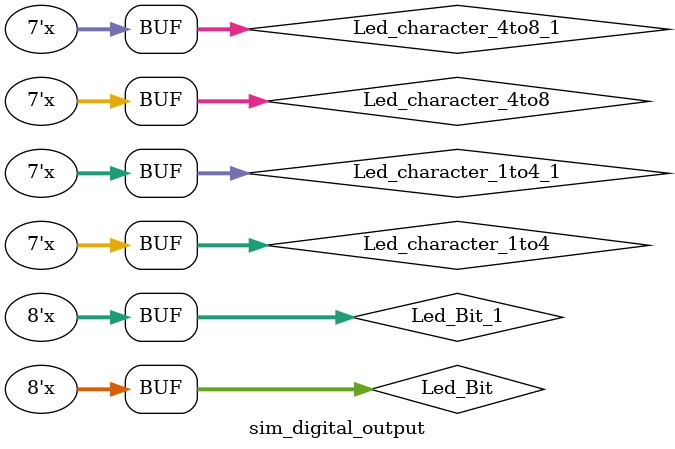
<source format=v>
`timescale 1ns / 1ps

module sim_digital_output();
    wire [7:0] Led_Bit;
    wire [6:0] Led_character_1to4;   
    wire [6:0] Led_character_4to8;
    reg [7:0] Led_Bit_1;
    reg [6:0] Led_character_1to4_1;   
    reg [6:0] Led_character_4to8_1;
    initial 
        begin
            Led_Bit_1 = 8'd0;
            Led_character_1to4_1 = 7'd0;
            Led_character_4to8_1 = 7'd0;
        end
    assign Led_Bit = Led_Bit_1;
    assign Led_character_1to4 = Led_character_1to4_1;
    assign Led_character_4to8 = Led_character_4to8_1;
    always #40 Led_character_1to4_1 = Led_character_1to4_1 + 1;    
    always #20 Led_character_4to8_1 = Led_character_4to8_1 + 1; 
    always #10 Led_Bit_1 = Led_Bit_1 + 1;
    digital_output C2(
    .Number_Bit(Number_Bit),
    .Number_1to4(Number_1to4),
    .Number_5to8(Number_5to8),
    .Led_Bit(Led_Bit),
    .Led_character_1to4(Led_character_1to4),
    .Led_character_4to8(Led_character_4to8)
);

endmodule
</source>
